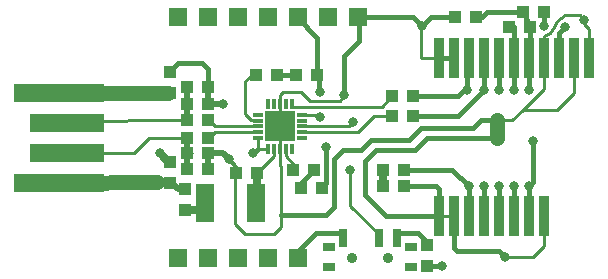
<source format=gbr>
%FSLAX35Y35*%
%MOIN*%
G04 EasyPC Gerber Version 18.0.8 Build 3632 *
%ADD20R,0.01200X0.03200*%
%ADD17R,0.02756X0.05906*%
%ADD14R,0.03200X0.13200*%
%ADD16R,0.03937X0.04291*%
%ADD23R,0.06000X0.12800*%
%ADD24R,0.06000X0.06000*%
%ADD22R,0.10000X0.10000*%
%ADD13C,0.01000*%
%ADD29C,0.01400*%
%ADD27C,0.01500*%
%ADD25C,0.02000*%
%ADD72C,0.02500*%
%ADD26C,0.03200*%
%ADD18C,0.03543*%
%ADD28C,0.05000*%
%ADD21R,0.03200X0.01200*%
%ADD19R,0.03937X0.03150*%
%ADD15R,0.04291X0.03937*%
%ADD71R,0.25000X0.06300*%
%ADD70R,0.30000X0.06300*%
X0Y0D02*
D02*
D13*
X21750Y41250D02*
X44150D01*
X49150Y46250*
X61750*
X21750Y51250D02*
Y52150D01*
X61750Y52250*
Y42250D02*
X63350Y41450D01*
X61750Y41250*
X78250Y34750D02*
X77750D01*
Y17750*
X81250Y14250*
X90750*
X93250Y16750*
Y20750*
X78250Y34750D02*
Y36750D01*
X84750Y67250D02*
X83150Y67150D01*
X81250Y65250*
Y54250*
X83250Y52250*
X85244*
X85276Y52219*
Y46313D02*
Y42776D01*
X83750Y41250*
X85276Y48281D02*
Y48250D01*
X71250*
X69250Y46250*
Y46150*
X68750Y46250*
X85276Y50250D02*
X71250D01*
X69250Y52250*
X68750*
X88813Y42776D02*
X85276D01*
X90781D02*
X90750D01*
Y40250*
X85250Y34750*
X92750Y42776D02*
Y50250D01*
Y57724D02*
Y60750D01*
X93750Y61750*
X99750*
X102750Y58750*
X112750*
X114250Y60250*
Y60750*
X92750Y57724D02*
Y50250D01*
X93250Y20750D02*
Y36750D01*
X92750Y37250*
Y42776*
X94719D02*
X94750D01*
Y40250*
X97850Y37150*
X97250Y35750*
X96687Y57724D02*
Y56750D01*
X126750*
X130250Y60250*
X100224Y50250D02*
X115750D01*
X117250Y51750*
X100224Y54187D02*
X105313D01*
X106250Y53250*
X116250Y35750D02*
Y23750D01*
X125750Y14250*
X125703Y13297*
Y13140*
X130250Y53750D02*
X124250D01*
X118750Y48250*
X100224*
Y48281*
X145750Y20250D02*
X150750D01*
X145750Y73050D02*
X139750D01*
Y83250*
X140250Y83750*
X165250Y52250D02*
X170250D01*
X173750Y55750*
X167750Y6750D02*
X177250D01*
X180750Y10250*
Y20250*
X173750Y55750D02*
X180750Y62750D01*
Y73050*
Y80250*
X182750Y81250*
X184250Y83250*
X185250Y85250*
X187750Y87250*
X192750*
X194250Y85750*
X190750Y73050D02*
Y61250D01*
X185250Y55750*
X173750*
X194250Y85750D02*
Y84250D01*
X195750Y82750*
Y73050*
D02*
D14*
X145750Y20250D03*
Y73050D03*
X150750Y20250D03*
Y73050D03*
X155750Y20250D03*
Y73050D03*
X160750Y20250D03*
Y73050D03*
X165750Y20250D03*
Y73050D03*
X170750Y20250D03*
Y73050D03*
X175750Y20250D03*
Y73050D03*
X180750Y20250D03*
Y73050D03*
X185750D03*
X190750D03*
X195750D03*
D02*
D15*
X61750Y36150D03*
Y41250D03*
Y46250D03*
Y52250D03*
Y57750D03*
Y63250D03*
X68750Y36150D03*
Y41250D03*
Y46250D03*
Y52250D03*
Y57750D03*
Y63250D03*
X78250Y34750D03*
X84750Y67250D03*
X85250Y34750D03*
X91750Y67250D03*
X97250Y35750D03*
X98250Y67250D03*
X99750Y29750D03*
X104250Y35750D03*
X105250Y67250D03*
X106750Y29750D03*
X127250Y30250D03*
Y35750D03*
X130250Y53750D03*
Y60250D03*
X134250Y30250D03*
Y35750D03*
X137250Y53750D03*
Y60250D03*
X151250Y86750D03*
X158250D03*
X169250Y83250D03*
X173750Y88250D03*
X176250Y83250D03*
X180750Y88250D03*
D02*
D16*
X56250Y31250D03*
Y38250D03*
Y61250D03*
Y68250D03*
X61250Y22250D03*
Y29250D03*
X141750Y3750D03*
Y10750D03*
D02*
D17*
X113892Y13140D03*
X125703D03*
X131608D03*
D02*
D18*
X116847Y6266D03*
X128658D03*
D02*
D19*
X108970Y3297D03*
Y10187D03*
X136530Y3297D03*
Y10187D03*
D02*
D70*
X19250Y31250D03*
Y61250D03*
D02*
D71*
X21750Y41250D03*
Y51250D03*
D02*
D20*
X88813Y42776D03*
Y57724D03*
X90781Y42776D03*
Y57724D03*
X92750Y42776D03*
Y57724D03*
X94719Y42776D03*
Y57724D03*
X96687Y42776D03*
Y57724D03*
D02*
D21*
X85276Y46313D03*
Y48281D03*
Y50250D03*
Y52219D03*
Y54187D03*
X100224Y46313D03*
Y48281D03*
Y50250D03*
Y52219D03*
Y54187D03*
D02*
D22*
X92750Y50250D03*
D02*
D23*
X67750Y24750D03*
X84750D03*
D02*
D24*
X58750Y6250D03*
Y86750D03*
X68750Y6250D03*
Y86750D03*
X78750Y6250D03*
Y86750D03*
X88750Y6250D03*
Y86750D03*
X98750Y6250D03*
Y86750D03*
X108750D03*
X118750D03*
D02*
D25*
X51750Y31750D02*
X56750Y31250D01*
X58750Y29250*
X61750Y36150D02*
Y41250D01*
Y46250D02*
Y42250D01*
Y52250D02*
Y57750D01*
Y63250D02*
Y57750D01*
X68750Y36150D02*
Y41250D01*
X73650Y41350*
X75750Y39250*
X68750Y57750D02*
X73750Y57850D01*
X68750Y63250D02*
Y57750D01*
D02*
D26*
X50250Y61250D03*
X52750Y41250D03*
X73750Y57850D03*
X75750Y39250D03*
X83750Y41250D03*
X106250Y53250D03*
Y61750D03*
X108250Y43250D03*
X114250Y60750D03*
X116250Y35750D03*
X117250Y51750D03*
X140250Y83750D03*
X146750Y3750D03*
X155250Y62250D03*
X155750Y30250D03*
X160750D03*
Y62250D03*
X165250Y52250D03*
X165750Y30250D03*
Y62250D03*
X167750Y6750D03*
X170750Y30250D03*
Y62250D03*
X175750Y30250D03*
Y62250D03*
X177250Y45250D03*
X180750Y83750D03*
X187750Y83250D03*
X194250Y85750D03*
D02*
D27*
X56250Y68250D02*
Y68750D01*
X58750Y71250*
X66750*
X68750Y69250*
Y63250*
X58750Y29250D02*
X61250D01*
X85276Y42776D02*
X83750Y41250D01*
X98250Y67250D02*
X91750D01*
X98750Y86750D02*
Y86250D01*
X105250Y79750*
Y67250*
X104250Y35750D02*
X100250Y31750D01*
Y29750*
X99750*
X105250Y67250D02*
X105750Y66750D01*
Y61750*
X106250*
X108250Y43250D02*
Y31250D01*
X106750Y29750*
X113892Y13140D02*
X113750Y13281D01*
Y14750*
X104750*
X98750Y8750*
Y6250*
X114250Y60750D02*
Y73750D01*
X119250Y78750*
Y86250*
X118750Y86750*
X137250*
X140250Y83750*
X131608Y13140D02*
Y14608D01*
X131750Y14750*
X138750*
X142850Y10650*
X141750Y10750*
X134250Y30250D02*
X144750Y30350D01*
Y30250*
X145750Y29250*
Y20250*
X140250Y83750D02*
X143250Y86750D01*
X151250*
X141750Y3750D02*
X146650Y3850D01*
X146750Y3750*
X145750Y20250D02*
X128250D01*
X121250Y27250*
Y38750*
X124750Y42250*
X137750*
X141750Y46250*
X165250*
X145750Y73050D02*
X150750D01*
Y20250D02*
Y9750D01*
X151750Y8750*
X165750*
X167750Y6750*
X155250Y62250D02*
X154250D01*
X152250Y60250*
X137250*
X155750Y20250D02*
Y30250D01*
X150250Y35750*
X134250*
X155750Y73050D02*
Y68750D01*
X155250*
Y62250*
X160750Y20250D02*
Y30250D01*
Y62250D02*
X152250Y53750D01*
X137250*
X160750Y73050D02*
Y62250D01*
X165250Y52250D02*
X159750D01*
X157250Y49750*
X139750*
X135750Y45750*
X123250*
X119750Y42250*
X113750*
X110750Y39250*
Y23250*
X108250Y20750*
X93250*
X165750Y20250D02*
Y30250D01*
Y73050D02*
Y62250D01*
X169250Y83250D02*
X170750D01*
Y79250*
X170250Y73550*
X170750Y73050*
Y20250D02*
Y30250D01*
Y73050D02*
Y62250D01*
X173750Y88250D02*
X161850Y88350D01*
X160250Y86750*
X158250*
X173750Y88250D02*
X176250Y83250D01*
X175750Y20250D02*
Y30250D01*
Y62250D02*
Y73050D01*
Y78250*
X176250*
Y83250*
X177250Y45250D02*
Y31750D01*
X175750Y30250*
X180750Y88250D02*
Y83750D01*
X185750Y73050D02*
Y81250D01*
X187750Y83250*
D02*
D28*
X19250Y31250D02*
X51750Y31750D01*
X19250Y61250D02*
X50250D01*
X55300*
X67750Y24750D02*
Y22250D01*
X165250Y46250D02*
Y52250D01*
D02*
D29*
X78250Y36750D02*
X75750Y39250D01*
D02*
D72*
X55300Y61250D02*
X56250D01*
Y38250D02*
X56150Y37850D01*
X52750Y41250*
X67750Y22250D02*
X61750D01*
X61250Y22750*
Y22250*
X84750Y24750D02*
Y26750D01*
X85250Y27250*
Y34750*
X127250Y35750D02*
Y30250D01*
X0Y0D02*
M02*

</source>
